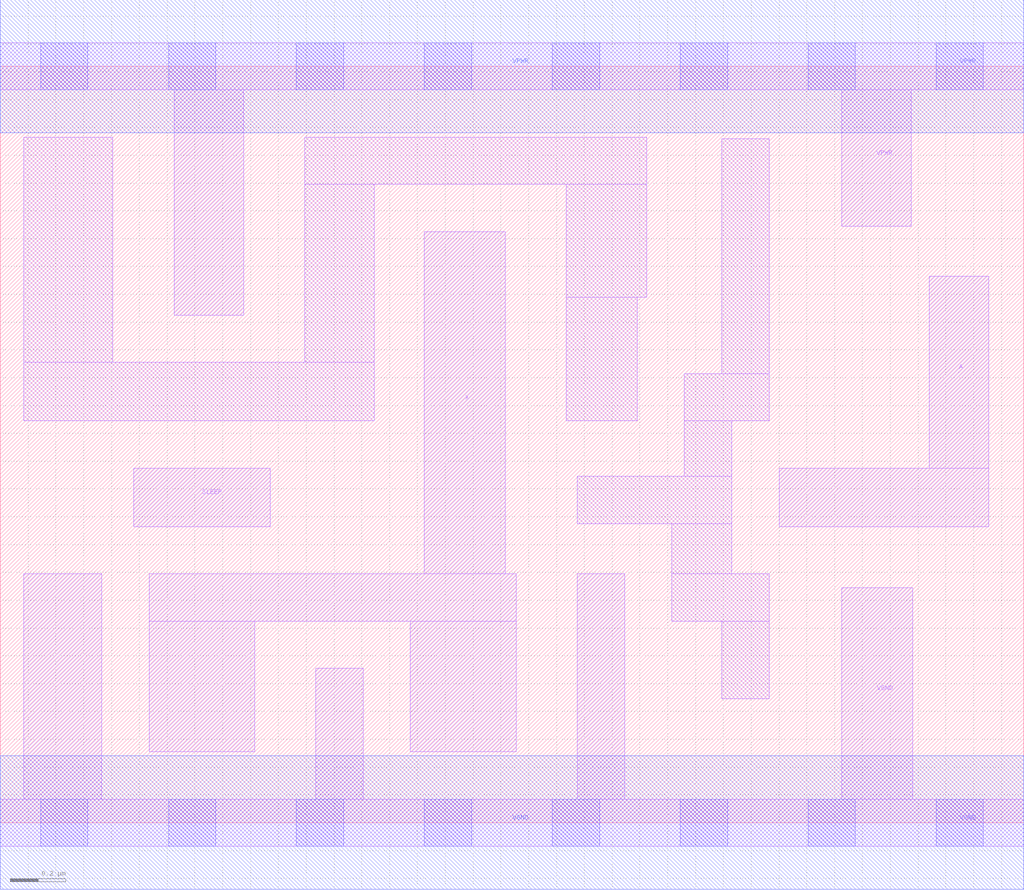
<source format=lef>
# Copyright 2020 The SkyWater PDK Authors
#
# Licensed under the Apache License, Version 2.0 (the "License");
# you may not use this file except in compliance with the License.
# You may obtain a copy of the License at
#
#     https://www.apache.org/licenses/LICENSE-2.0
#
# Unless required by applicable law or agreed to in writing, software
# distributed under the License is distributed on an "AS IS" BASIS,
# WITHOUT WARRANTIES OR CONDITIONS OF ANY KIND, either express or implied.
# See the License for the specific language governing permissions and
# limitations under the License.
#
# SPDX-License-Identifier: Apache-2.0

VERSION 5.7 ;
  NAMESCASESENSITIVE ON ;
  NOWIREEXTENSIONATPIN ON ;
  DIVIDERCHAR "/" ;
  BUSBITCHARS "[]" ;
UNITS
  DATABASE MICRONS 200 ;
END UNITS
PROPERTYDEFINITIONS
  MACRO maskLayoutSubType STRING ;
  MACRO prCellType STRING ;
  MACRO originalViewName STRING ;
END PROPERTYDEFINITIONS
MACRO sky130_fd_sc_hdll__isobufsrc_2
  CLASS CORE ;
  FOREIGN sky130_fd_sc_hdll__isobufsrc_2 ;
  ORIGIN  0.000000  0.000000 ;
  SIZE  3.680000 BY  2.720000 ;
  SYMMETRY X Y R90 ;
  SITE unithd ;
  PIN A
    ANTENNAGATEAREA  0.138600 ;
    DIRECTION INPUT ;
    USE SIGNAL ;
    PORT
      LAYER li1 ;
        RECT 2.800000 1.065000 3.555000 1.275000 ;
        RECT 3.340000 1.275000 3.555000 1.965000 ;
    END
  END A
  PIN SLEEP
    ANTENNAGATEAREA  0.555000 ;
    DIRECTION INPUT ;
    USE SIGNAL ;
    PORT
      LAYER li1 ;
        RECT 0.480000 1.065000 0.970000 1.275000 ;
    END
  END SLEEP
  PIN VGND
    ANTENNADIFFAREA  0.653450 ;
    DIRECTION INOUT ;
    USE SIGNAL ;
    PORT
      LAYER li1 ;
        RECT 0.000000 -0.085000 3.680000 0.085000 ;
        RECT 0.085000  0.085000 0.365000 0.895000 ;
        RECT 1.135000  0.085000 1.305000 0.555000 ;
        RECT 2.075000  0.085000 2.245000 0.895000 ;
        RECT 3.025000  0.085000 3.280000 0.845000 ;
      LAYER mcon ;
        RECT 0.145000 -0.085000 0.315000 0.085000 ;
        RECT 0.605000 -0.085000 0.775000 0.085000 ;
        RECT 1.065000 -0.085000 1.235000 0.085000 ;
        RECT 1.525000 -0.085000 1.695000 0.085000 ;
        RECT 1.985000 -0.085000 2.155000 0.085000 ;
        RECT 2.445000 -0.085000 2.615000 0.085000 ;
        RECT 2.905000 -0.085000 3.075000 0.085000 ;
        RECT 3.365000 -0.085000 3.535000 0.085000 ;
      LAYER met1 ;
        RECT 0.000000 -0.240000 3.680000 0.240000 ;
    END
  END VGND
  PIN VPWR
    ANTENNADIFFAREA  0.403400 ;
    DIRECTION INOUT ;
    USE SIGNAL ;
    PORT
      LAYER li1 ;
        RECT 0.000000 2.635000 3.680000 2.805000 ;
        RECT 0.625000 1.825000 0.875000 2.635000 ;
        RECT 3.025000 2.145000 3.275000 2.635000 ;
      LAYER mcon ;
        RECT 0.145000 2.635000 0.315000 2.805000 ;
        RECT 0.605000 2.635000 0.775000 2.805000 ;
        RECT 1.065000 2.635000 1.235000 2.805000 ;
        RECT 1.525000 2.635000 1.695000 2.805000 ;
        RECT 1.985000 2.635000 2.155000 2.805000 ;
        RECT 2.445000 2.635000 2.615000 2.805000 ;
        RECT 2.905000 2.635000 3.075000 2.805000 ;
        RECT 3.365000 2.635000 3.535000 2.805000 ;
      LAYER met1 ;
        RECT 0.000000 2.480000 3.680000 2.960000 ;
    END
  END VPWR
  PIN X
    ANTENNADIFFAREA  0.771000 ;
    DIRECTION OUTPUT ;
    USE SIGNAL ;
    PORT
      LAYER li1 ;
        RECT 0.535000 0.255000 0.915000 0.725000 ;
        RECT 0.535000 0.725000 1.855000 0.895000 ;
        RECT 1.475000 0.255000 1.855000 0.725000 ;
        RECT 1.525000 0.895000 1.815000 2.125000 ;
    END
  END X
  OBS
    LAYER li1 ;
      RECT 0.085000 1.445000 1.345000 1.655000 ;
      RECT 0.085000 1.655000 0.405000 2.465000 ;
      RECT 1.095000 1.655000 1.345000 2.295000 ;
      RECT 1.095000 2.295000 2.325000 2.465000 ;
      RECT 2.035000 1.445000 2.290000 1.890000 ;
      RECT 2.035000 1.890000 2.325000 2.295000 ;
      RECT 2.075000 1.075000 2.630000 1.245000 ;
      RECT 2.415000 0.725000 2.765000 0.895000 ;
      RECT 2.415000 0.895000 2.630000 1.075000 ;
      RECT 2.460000 1.245000 2.630000 1.445000 ;
      RECT 2.460000 1.445000 2.765000 1.615000 ;
      RECT 2.595000 0.445000 2.765000 0.725000 ;
      RECT 2.595000 1.615000 2.765000 2.460000 ;
  END
  PROPERTY maskLayoutSubType "abstract" ;
  PROPERTY prCellType "standard" ;
  PROPERTY originalViewName "layout" ;
END sky130_fd_sc_hdll__isobufsrc_2

</source>
